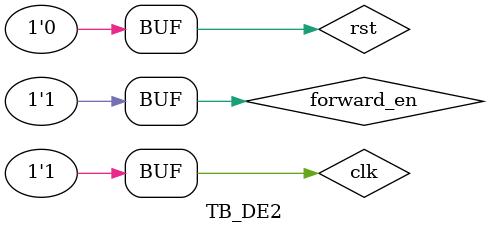
<source format=v>
module TB_DE2 ();

  reg clk, rst, forward_en;

  ARM arm (
        .clk(clk),
        .rst(rst),
        .forward_en(forward_en)
      );

  initial
  begin
    clk = 1;
    forward_en = 1;
    repeat (600)
    begin
      #50;
      clk = ~clk;
    end
  end

  initial
  begin
    rst = 0;
    #20 rst = 1;
    #10 rst = 0;
  end

endmodule

</source>
